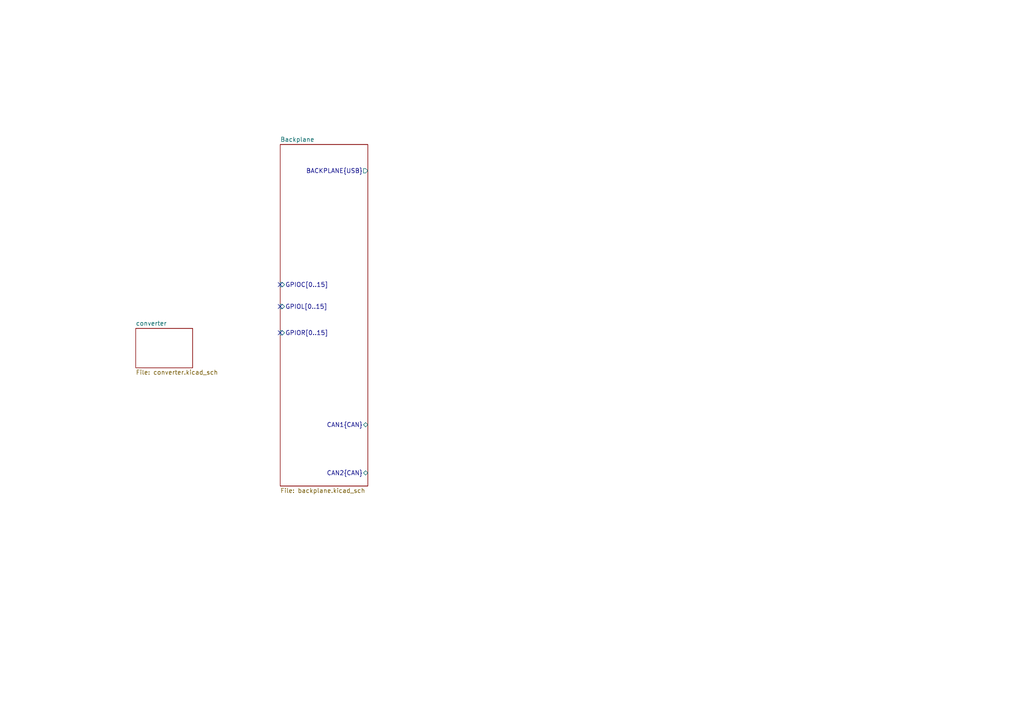
<source format=kicad_sch>
(kicad_sch
	(version 20231120)
	(generator "eeschema")
	(generator_version "8.0")
	(uuid "090a8e41-87a8-4fb1-998b-60a2c0dc4cee")
	(paper "A4")
	(title_block
		(title "ModuCard base module")
		(date "2025-02-18")
		(rev "1.0.0")
		(company "KoNaR")
		(comment 1 "Base project authors: Dominik Pluta, Artem Horiunov")
		(comment 2 "Project author: Maciej Chodowiec")
	)
	(lib_symbols)
	(bus_alias "CAN"
		(members "+" "-")
	)
	(no_connect
		(at 81.28 82.55)
		(uuid "225d1b4d-20a1-48d7-98fe-8709d91fa2b8")
	)
	(no_connect
		(at 81.28 88.9)
		(uuid "4102e771-06b2-46c5-8768-1c4b40e21eea")
	)
	(no_connect
		(at 81.28 96.52)
		(uuid "b3c7e6b3-59d6-467d-a4c3-b7bb1d57cd13")
	)
	(sheet
		(at 39.37 95.25)
		(size 16.51 11.43)
		(fields_autoplaced yes)
		(stroke
			(width 0.1524)
			(type solid)
		)
		(fill
			(color 0 0 0 0.0000)
		)
		(uuid "586b059c-8adb-4b5f-91ef-9fff6d0411fe")
		(property "Sheetname" "converter"
			(at 39.37 94.5384 0)
			(effects
				(font
					(size 1.27 1.27)
				)
				(justify left bottom)
			)
		)
		(property "Sheetfile" "converter.kicad_sch"
			(at 39.37 107.2646 0)
			(effects
				(font
					(size 1.27 1.27)
				)
				(justify left top)
			)
		)
		(instances
			(project "TPB"
				(path "/090a8e41-87a8-4fb1-998b-60a2c0dc4cee"
					(page "11")
				)
			)
		)
	)
	(sheet
		(at 81.28 41.91)
		(size 25.4 99.06)
		(fields_autoplaced yes)
		(stroke
			(width 0.1524)
			(type solid)
		)
		(fill
			(color 0 0 0 0.0000)
		)
		(uuid "ff3476d7-2f10-4f79-9864-988601c7ce1b")
		(property "Sheetname" "Backplane"
			(at 81.28 41.1984 0)
			(effects
				(font
					(size 1.27 1.27)
				)
				(justify left bottom)
			)
		)
		(property "Sheetfile" "backplane.kicad_sch"
			(at 81.28 141.5546 0)
			(effects
				(font
					(size 1.27 1.27)
				)
				(justify left top)
			)
		)
		(pin "GPIOC[0..15]" input
			(at 81.28 82.55 180)
			(effects
				(font
					(size 1.27 1.27)
				)
				(justify left)
			)
			(uuid "590059fb-ce6b-4594-a8d9-5ea16c12e994")
		)
		(pin "GPIOL[0..15]" input
			(at 81.28 88.9 180)
			(effects
				(font
					(size 1.27 1.27)
				)
				(justify left)
			)
			(uuid "1244bff8-cc00-45c3-ad70-38099735e42f")
		)
		(pin "GPIOR[0..15]" input
			(at 81.28 96.52 180)
			(effects
				(font
					(size 1.27 1.27)
				)
				(justify left)
			)
			(uuid "78f6447e-cc35-4bff-9181-e28e763cd973")
		)
		(pin "CAN1{CAN}" bidirectional
			(at 106.68 123.19 0)
			(effects
				(font
					(size 1.27 1.27)
				)
				(justify right)
			)
			(uuid "f5cc3410-a9f9-4327-97b1-b02ad5c607a0")
		)
		(pin "CAN2{CAN}" bidirectional
			(at 106.68 137.16 0)
			(effects
				(font
					(size 1.27 1.27)
				)
				(justify right)
			)
			(uuid "1bb521b1-9157-430e-bc39-7309cc0c519b")
		)
		(pin "BACKPLANE{USB}" output
			(at 106.68 49.53 0)
			(effects
				(font
					(size 1.27 1.27)
				)
				(justify right)
			)
			(uuid "de418b66-6533-4278-9c6e-995fea317169")
		)
		(instances
			(project "TPB"
				(path "/090a8e41-87a8-4fb1-998b-60a2c0dc4cee"
					(page "2")
				)
			)
		)
	)
	(sheet_instances
		(path "/"
			(page "1")
		)
	)
)

</source>
